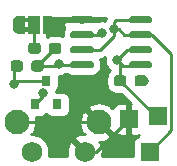
<source format=gtl>
G04 #@! TF.GenerationSoftware,KiCad,Pcbnew,(5.1.6)-1*
G04 #@! TF.CreationDate,2020-08-20T16:01:08-07:00*
G04 #@! TF.ProjectId,Momentary-Power-Toggle,4d6f6d65-6e74-4617-9279-2d506f776572,rev?*
G04 #@! TF.SameCoordinates,Original*
G04 #@! TF.FileFunction,Copper,L1,Top*
G04 #@! TF.FilePolarity,Positive*
%FSLAX46Y46*%
G04 Gerber Fmt 4.6, Leading zero omitted, Abs format (unit mm)*
G04 Created by KiCad (PCBNEW (5.1.6)-1) date 2020-08-20 16:01:08*
%MOMM*%
%LPD*%
G01*
G04 APERTURE LIST*
G04 #@! TA.AperFunction,EtchedComponent*
%ADD10C,0.100000*%
G04 #@! TD*
G04 #@! TA.AperFunction,ComponentPad*
%ADD11C,2.100000*%
G04 #@! TD*
G04 #@! TA.AperFunction,ComponentPad*
%ADD12C,1.750000*%
G04 #@! TD*
G04 #@! TA.AperFunction,SMDPad,CuDef*
%ADD13C,0.100000*%
G04 #@! TD*
G04 #@! TA.AperFunction,SMDPad,CuDef*
%ADD14R,1.000000X1.500000*%
G04 #@! TD*
G04 #@! TA.AperFunction,SMDPad,CuDef*
%ADD15R,1.500000X1.500000*%
G04 #@! TD*
G04 #@! TA.AperFunction,SMDPad,CuDef*
%ADD16R,0.800000X0.900000*%
G04 #@! TD*
G04 #@! TA.AperFunction,ViaPad*
%ADD17C,0.800000*%
G04 #@! TD*
G04 #@! TA.AperFunction,Conductor*
%ADD18C,0.250000*%
G04 #@! TD*
G04 #@! TA.AperFunction,Conductor*
%ADD19C,0.254000*%
G04 #@! TD*
G04 APERTURE END LIST*
D10*
G36*
X83800000Y-76400000D02*
G01*
X84300000Y-76400000D01*
X84300000Y-76800000D01*
X83800000Y-76800000D01*
X83800000Y-76400000D01*
G37*
G36*
X83800000Y-77200000D02*
G01*
X84300000Y-77200000D01*
X84300000Y-77600000D01*
X83800000Y-77600000D01*
X83800000Y-77200000D01*
G37*
D11*
X90250000Y-85260000D03*
D12*
X89000000Y-87750000D03*
X84500000Y-87750000D03*
D11*
X83240000Y-85260000D03*
G04 #@! TA.AperFunction,SMDPad,CuDef*
G36*
G01*
X92750000Y-76745000D02*
X92750000Y-76445000D01*
G75*
G02*
X92900000Y-76295000I150000J0D01*
G01*
X94550000Y-76295000D01*
G75*
G02*
X94700000Y-76445000I0J-150000D01*
G01*
X94700000Y-76745000D01*
G75*
G02*
X94550000Y-76895000I-150000J0D01*
G01*
X92900000Y-76895000D01*
G75*
G02*
X92750000Y-76745000I0J150000D01*
G01*
G37*
G04 #@! TD.AperFunction*
G04 #@! TA.AperFunction,SMDPad,CuDef*
G36*
G01*
X92750000Y-78015000D02*
X92750000Y-77715000D01*
G75*
G02*
X92900000Y-77565000I150000J0D01*
G01*
X94550000Y-77565000D01*
G75*
G02*
X94700000Y-77715000I0J-150000D01*
G01*
X94700000Y-78015000D01*
G75*
G02*
X94550000Y-78165000I-150000J0D01*
G01*
X92900000Y-78165000D01*
G75*
G02*
X92750000Y-78015000I0J150000D01*
G01*
G37*
G04 #@! TD.AperFunction*
G04 #@! TA.AperFunction,SMDPad,CuDef*
G36*
G01*
X92750000Y-79285000D02*
X92750000Y-78985000D01*
G75*
G02*
X92900000Y-78835000I150000J0D01*
G01*
X94550000Y-78835000D01*
G75*
G02*
X94700000Y-78985000I0J-150000D01*
G01*
X94700000Y-79285000D01*
G75*
G02*
X94550000Y-79435000I-150000J0D01*
G01*
X92900000Y-79435000D01*
G75*
G02*
X92750000Y-79285000I0J150000D01*
G01*
G37*
G04 #@! TD.AperFunction*
G04 #@! TA.AperFunction,SMDPad,CuDef*
G36*
G01*
X92750000Y-80555000D02*
X92750000Y-80255000D01*
G75*
G02*
X92900000Y-80105000I150000J0D01*
G01*
X94550000Y-80105000D01*
G75*
G02*
X94700000Y-80255000I0J-150000D01*
G01*
X94700000Y-80555000D01*
G75*
G02*
X94550000Y-80705000I-150000J0D01*
G01*
X92900000Y-80705000D01*
G75*
G02*
X92750000Y-80555000I0J150000D01*
G01*
G37*
G04 #@! TD.AperFunction*
G04 #@! TA.AperFunction,SMDPad,CuDef*
G36*
G01*
X87800000Y-80555000D02*
X87800000Y-80255000D01*
G75*
G02*
X87950000Y-80105000I150000J0D01*
G01*
X89600000Y-80105000D01*
G75*
G02*
X89750000Y-80255000I0J-150000D01*
G01*
X89750000Y-80555000D01*
G75*
G02*
X89600000Y-80705000I-150000J0D01*
G01*
X87950000Y-80705000D01*
G75*
G02*
X87800000Y-80555000I0J150000D01*
G01*
G37*
G04 #@! TD.AperFunction*
G04 #@! TA.AperFunction,SMDPad,CuDef*
G36*
G01*
X87800000Y-79285000D02*
X87800000Y-78985000D01*
G75*
G02*
X87950000Y-78835000I150000J0D01*
G01*
X89600000Y-78835000D01*
G75*
G02*
X89750000Y-78985000I0J-150000D01*
G01*
X89750000Y-79285000D01*
G75*
G02*
X89600000Y-79435000I-150000J0D01*
G01*
X87950000Y-79435000D01*
G75*
G02*
X87800000Y-79285000I0J150000D01*
G01*
G37*
G04 #@! TD.AperFunction*
G04 #@! TA.AperFunction,SMDPad,CuDef*
G36*
G01*
X87800000Y-78015000D02*
X87800000Y-77715000D01*
G75*
G02*
X87950000Y-77565000I150000J0D01*
G01*
X89600000Y-77565000D01*
G75*
G02*
X89750000Y-77715000I0J-150000D01*
G01*
X89750000Y-78015000D01*
G75*
G02*
X89600000Y-78165000I-150000J0D01*
G01*
X87950000Y-78165000D01*
G75*
G02*
X87800000Y-78015000I0J150000D01*
G01*
G37*
G04 #@! TD.AperFunction*
G04 #@! TA.AperFunction,SMDPad,CuDef*
G36*
G01*
X87800000Y-76745000D02*
X87800000Y-76445000D01*
G75*
G02*
X87950000Y-76295000I150000J0D01*
G01*
X89600000Y-76295000D01*
G75*
G02*
X89750000Y-76445000I0J-150000D01*
G01*
X89750000Y-76745000D01*
G75*
G02*
X89600000Y-76895000I-150000J0D01*
G01*
X87950000Y-76895000D01*
G75*
G02*
X87800000Y-76745000I0J150000D01*
G01*
G37*
G04 #@! TD.AperFunction*
G04 #@! TA.AperFunction,SMDPad,CuDef*
D13*
G36*
X83950000Y-77750000D02*
G01*
X83400000Y-77750000D01*
X83400000Y-77749398D01*
X83375466Y-77749398D01*
X83326635Y-77744588D01*
X83278510Y-77735016D01*
X83231555Y-77720772D01*
X83186222Y-77701995D01*
X83142949Y-77678864D01*
X83102150Y-77651604D01*
X83064221Y-77620476D01*
X83029524Y-77585779D01*
X82998396Y-77547850D01*
X82971136Y-77507051D01*
X82948005Y-77463778D01*
X82929228Y-77418445D01*
X82914984Y-77371490D01*
X82905412Y-77323365D01*
X82900602Y-77274534D01*
X82900602Y-77250000D01*
X82900000Y-77250000D01*
X82900000Y-76750000D01*
X82900602Y-76750000D01*
X82900602Y-76725466D01*
X82905412Y-76676635D01*
X82914984Y-76628510D01*
X82929228Y-76581555D01*
X82948005Y-76536222D01*
X82971136Y-76492949D01*
X82998396Y-76452150D01*
X83029524Y-76414221D01*
X83064221Y-76379524D01*
X83102150Y-76348396D01*
X83142949Y-76321136D01*
X83186222Y-76298005D01*
X83231555Y-76279228D01*
X83278510Y-76264984D01*
X83326635Y-76255412D01*
X83375466Y-76250602D01*
X83400000Y-76250602D01*
X83400000Y-76250000D01*
X83950000Y-76250000D01*
X83950000Y-77750000D01*
G37*
G04 #@! TD.AperFunction*
D14*
X84700000Y-77000000D03*
G04 #@! TA.AperFunction,SMDPad,CuDef*
D13*
G36*
X86000000Y-76250602D02*
G01*
X86024534Y-76250602D01*
X86073365Y-76255412D01*
X86121490Y-76264984D01*
X86168445Y-76279228D01*
X86213778Y-76298005D01*
X86257051Y-76321136D01*
X86297850Y-76348396D01*
X86335779Y-76379524D01*
X86370476Y-76414221D01*
X86401604Y-76452150D01*
X86428864Y-76492949D01*
X86451995Y-76536222D01*
X86470772Y-76581555D01*
X86485016Y-76628510D01*
X86494588Y-76676635D01*
X86499398Y-76725466D01*
X86499398Y-76750000D01*
X86500000Y-76750000D01*
X86500000Y-77250000D01*
X86499398Y-77250000D01*
X86499398Y-77274534D01*
X86494588Y-77323365D01*
X86485016Y-77371490D01*
X86470772Y-77418445D01*
X86451995Y-77463778D01*
X86428864Y-77507051D01*
X86401604Y-77547850D01*
X86370476Y-77585779D01*
X86335779Y-77620476D01*
X86297850Y-77651604D01*
X86257051Y-77678864D01*
X86213778Y-77701995D01*
X86168445Y-77720772D01*
X86121490Y-77735016D01*
X86073365Y-77744588D01*
X86024534Y-77749398D01*
X86000000Y-77749398D01*
X86000000Y-77750000D01*
X85450000Y-77750000D01*
X85450000Y-76250000D01*
X86000000Y-76250000D01*
X86000000Y-76250602D01*
G37*
G04 #@! TD.AperFunction*
D15*
X92750000Y-85000000D03*
X94500000Y-87750000D03*
X95250000Y-84750000D03*
D16*
X85750000Y-81750000D03*
X86700000Y-83750000D03*
X84800000Y-83750000D03*
G04 #@! TA.AperFunction,SMDPad,CuDef*
G36*
G01*
X83775000Y-80262500D02*
X83775000Y-80737500D01*
G75*
G02*
X83537500Y-80975000I-237500J0D01*
G01*
X82962500Y-80975000D01*
G75*
G02*
X82725000Y-80737500I0J237500D01*
G01*
X82725000Y-80262500D01*
G75*
G02*
X82962500Y-80025000I237500J0D01*
G01*
X83537500Y-80025000D01*
G75*
G02*
X83775000Y-80262500I0J-237500D01*
G01*
G37*
G04 #@! TD.AperFunction*
G04 #@! TA.AperFunction,SMDPad,CuDef*
G36*
G01*
X85525000Y-80262500D02*
X85525000Y-80737500D01*
G75*
G02*
X85287500Y-80975000I-237500J0D01*
G01*
X84712500Y-80975000D01*
G75*
G02*
X84475000Y-80737500I0J237500D01*
G01*
X84475000Y-80262500D01*
G75*
G02*
X84712500Y-80025000I237500J0D01*
G01*
X85287500Y-80025000D01*
G75*
G02*
X85525000Y-80262500I0J-237500D01*
G01*
G37*
G04 #@! TD.AperFunction*
G04 #@! TA.AperFunction,SMDPad,CuDef*
G36*
G01*
X92525000Y-81512500D02*
X92525000Y-81987500D01*
G75*
G02*
X92287500Y-82225000I-237500J0D01*
G01*
X91712500Y-82225000D01*
G75*
G02*
X91475000Y-81987500I0J237500D01*
G01*
X91475000Y-81512500D01*
G75*
G02*
X91712500Y-81275000I237500J0D01*
G01*
X92287500Y-81275000D01*
G75*
G02*
X92525000Y-81512500I0J-237500D01*
G01*
G37*
G04 #@! TD.AperFunction*
G04 #@! TA.AperFunction,SMDPad,CuDef*
G36*
G01*
X94275000Y-81512500D02*
X94275000Y-81987500D01*
G75*
G02*
X94037500Y-82225000I-237500J0D01*
G01*
X93462500Y-82225000D01*
G75*
G02*
X93225000Y-81987500I0J237500D01*
G01*
X93225000Y-81512500D01*
G75*
G02*
X93462500Y-81275000I237500J0D01*
G01*
X94037500Y-81275000D01*
G75*
G02*
X94275000Y-81512500I0J-237500D01*
G01*
G37*
G04 #@! TD.AperFunction*
G04 #@! TA.AperFunction,SMDPad,CuDef*
G36*
G01*
X85275000Y-78762500D02*
X85275000Y-79237500D01*
G75*
G02*
X85037500Y-79475000I-237500J0D01*
G01*
X84462500Y-79475000D01*
G75*
G02*
X84225000Y-79237500I0J237500D01*
G01*
X84225000Y-78762500D01*
G75*
G02*
X84462500Y-78525000I237500J0D01*
G01*
X85037500Y-78525000D01*
G75*
G02*
X85275000Y-78762500I0J-237500D01*
G01*
G37*
G04 #@! TD.AperFunction*
G04 #@! TA.AperFunction,SMDPad,CuDef*
G36*
G01*
X87025000Y-78762500D02*
X87025000Y-79237500D01*
G75*
G02*
X86787500Y-79475000I-237500J0D01*
G01*
X86212500Y-79475000D01*
G75*
G02*
X85975000Y-79237500I0J237500D01*
G01*
X85975000Y-78762500D01*
G75*
G02*
X86212500Y-78525000I237500J0D01*
G01*
X86787500Y-78525000D01*
G75*
G02*
X87025000Y-78762500I0J-237500D01*
G01*
G37*
G04 #@! TD.AperFunction*
D17*
X86000000Y-77000000D03*
X86792693Y-80305260D03*
X91750000Y-80000000D03*
X94000000Y-81750000D03*
X90500000Y-77675021D03*
X83000000Y-82000000D03*
X85500000Y-82800002D03*
X83400000Y-77000000D03*
X91500000Y-77385000D03*
D18*
X86405000Y-76595000D02*
X86000000Y-77000000D01*
X88775000Y-76595000D02*
X86405000Y-76595000D01*
X90000000Y-87750000D02*
X89000000Y-87750000D01*
X92750000Y-85000000D02*
X90000000Y-87750000D01*
X83240000Y-85260000D02*
X90250000Y-85260000D01*
X86500000Y-79000000D02*
X85000000Y-80500000D01*
X88775000Y-80405000D02*
X86892433Y-80405000D01*
X85000000Y-80500000D02*
X86597953Y-80500000D01*
X86892433Y-80405000D02*
X86792693Y-80305260D01*
X86597953Y-80500000D02*
X86792693Y-80305260D01*
X84750000Y-77050000D02*
X84700000Y-77000000D01*
X84750000Y-79000000D02*
X84750000Y-77050000D01*
X92615000Y-79135000D02*
X93725000Y-79135000D01*
X91750000Y-80000000D02*
X92615000Y-79135000D01*
X93630000Y-80500000D02*
X93725000Y-80405000D01*
X92250000Y-80500000D02*
X93630000Y-80500000D01*
X92250000Y-80500000D02*
X91750000Y-80000000D01*
X92000000Y-80250000D02*
X91750000Y-80000000D01*
X92000000Y-81750000D02*
X92000000Y-80250000D01*
X95000000Y-84750000D02*
X92000000Y-81750000D01*
X95250000Y-84750000D02*
X95000000Y-84750000D01*
X88775000Y-77865000D02*
X90310021Y-77865000D01*
X90310021Y-77865000D02*
X90500000Y-77675021D01*
X83000000Y-80750000D02*
X83250000Y-80500000D01*
X83000000Y-82000000D02*
X83000000Y-80750000D01*
X83250000Y-81750000D02*
X83000000Y-82000000D01*
X85750000Y-81750000D02*
X83250000Y-81750000D01*
X85500000Y-83050000D02*
X84800000Y-83750000D01*
X85500000Y-82800002D02*
X85500000Y-83050000D01*
X91500000Y-77385000D02*
X91885000Y-77385000D01*
X92365000Y-77865000D02*
X93725000Y-77865000D01*
X91885000Y-77385000D02*
X92365000Y-77865000D01*
X91500000Y-77385000D02*
X91500000Y-76750000D01*
X91655000Y-76595000D02*
X93725000Y-76595000D01*
X91500000Y-76750000D02*
X91655000Y-76595000D01*
X91500000Y-77950685D02*
X91500000Y-77385000D01*
X90315685Y-79135000D02*
X91500000Y-77950685D01*
X88775000Y-79135000D02*
X90315685Y-79135000D01*
X94700000Y-77865000D02*
X93725000Y-77865000D01*
X96325001Y-79490001D02*
X94700000Y-77865000D01*
X96325001Y-85924999D02*
X96325001Y-79490001D01*
X94500000Y-87750000D02*
X96325001Y-85924999D01*
D19*
G36*
X90715000Y-79898061D02*
G01*
X90715000Y-80101939D01*
X90754774Y-80301898D01*
X90832795Y-80490256D01*
X90946063Y-80659774D01*
X91090226Y-80803937D01*
X91152036Y-80845237D01*
X91093377Y-80893377D01*
X90984488Y-81026058D01*
X90903577Y-81177433D01*
X90853752Y-81341684D01*
X90836928Y-81512500D01*
X90836928Y-81987500D01*
X90853752Y-82158316D01*
X90903577Y-82322567D01*
X90984488Y-82473942D01*
X91093377Y-82606623D01*
X91226058Y-82715512D01*
X91377433Y-82796423D01*
X91541684Y-82846248D01*
X91712500Y-82863072D01*
X92038271Y-82863072D01*
X92912974Y-83737776D01*
X92877000Y-83773750D01*
X92877000Y-84873000D01*
X92897000Y-84873000D01*
X92897000Y-85127000D01*
X92877000Y-85127000D01*
X92877000Y-86226250D01*
X93035750Y-86385000D01*
X93500000Y-86388072D01*
X93618089Y-86376442D01*
X93505820Y-86410498D01*
X93395506Y-86469463D01*
X93298815Y-86548815D01*
X93219463Y-86645506D01*
X93160498Y-86755820D01*
X93124188Y-86875518D01*
X93111928Y-87000000D01*
X93111928Y-88090000D01*
X90471633Y-88090000D01*
X90499855Y-87979474D01*
X90515804Y-87682457D01*
X90473501Y-87388037D01*
X90374572Y-87107526D01*
X90297868Y-86964025D01*
X90248450Y-86948184D01*
X90310617Y-86952066D01*
X90639557Y-86907728D01*
X90953527Y-86800069D01*
X91139661Y-86700579D01*
X91241461Y-86431066D01*
X90250000Y-85439605D01*
X90235858Y-85453748D01*
X90056253Y-85274143D01*
X90070395Y-85260000D01*
X89078934Y-84268539D01*
X88809421Y-84370339D01*
X88663537Y-84668477D01*
X88578620Y-84989346D01*
X88557934Y-85320617D01*
X88602272Y-85649557D01*
X88709931Y-85963527D01*
X88809421Y-86149661D01*
X89049925Y-86240504D01*
X88932457Y-86234196D01*
X88638037Y-86276499D01*
X88357526Y-86375428D01*
X88214025Y-86452132D01*
X88133365Y-86703760D01*
X89000000Y-87570395D01*
X89014143Y-87556253D01*
X89193748Y-87735858D01*
X89179605Y-87750000D01*
X89193748Y-87764143D01*
X89014143Y-87943748D01*
X89000000Y-87929605D01*
X88985858Y-87943748D01*
X88806253Y-87764143D01*
X88820395Y-87750000D01*
X87953760Y-86883365D01*
X87702132Y-86964025D01*
X87573733Y-87232329D01*
X87500145Y-87520526D01*
X87484196Y-87817543D01*
X87523343Y-88090000D01*
X85971952Y-88090000D01*
X86010000Y-87898722D01*
X86010000Y-87601278D01*
X85951971Y-87309549D01*
X85838144Y-87034747D01*
X85672893Y-86787431D01*
X85462569Y-86577107D01*
X85215253Y-86411856D01*
X84940451Y-86298029D01*
X84648722Y-86240000D01*
X84441409Y-86240000D01*
X84680579Y-86149661D01*
X84826463Y-85851523D01*
X84911380Y-85530654D01*
X84932066Y-85199383D01*
X84887728Y-84870443D01*
X84876628Y-84838072D01*
X85200000Y-84838072D01*
X85324482Y-84825812D01*
X85444180Y-84789502D01*
X85554494Y-84730537D01*
X85651185Y-84651185D01*
X85730537Y-84554494D01*
X85750000Y-84518082D01*
X85769463Y-84554494D01*
X85848815Y-84651185D01*
X85945506Y-84730537D01*
X86055820Y-84789502D01*
X86175518Y-84825812D01*
X86300000Y-84838072D01*
X87100000Y-84838072D01*
X87224482Y-84825812D01*
X87344180Y-84789502D01*
X87454494Y-84730537D01*
X87551185Y-84651185D01*
X87630537Y-84554494D01*
X87689502Y-84444180D01*
X87725812Y-84324482D01*
X87738072Y-84200000D01*
X87738072Y-84088934D01*
X89258539Y-84088934D01*
X90250000Y-85080395D01*
X90264143Y-85066253D01*
X90443748Y-85245858D01*
X90429605Y-85260000D01*
X91421066Y-86251461D01*
X91550503Y-86202570D01*
X91645506Y-86280537D01*
X91755820Y-86339502D01*
X91875518Y-86375812D01*
X92000000Y-86388072D01*
X92464250Y-86385000D01*
X92623000Y-86226250D01*
X92623000Y-85127000D01*
X92603000Y-85127000D01*
X92603000Y-84873000D01*
X92623000Y-84873000D01*
X92623000Y-83773750D01*
X92464250Y-83615000D01*
X92000000Y-83611928D01*
X91875518Y-83624188D01*
X91755820Y-83660498D01*
X91645506Y-83719463D01*
X91548815Y-83798815D01*
X91469463Y-83895506D01*
X91410498Y-84005820D01*
X91405595Y-84021985D01*
X91357001Y-83973391D01*
X91241460Y-84088932D01*
X91139661Y-83819421D01*
X90841523Y-83673537D01*
X90520654Y-83588620D01*
X90189383Y-83567934D01*
X89860443Y-83612272D01*
X89546473Y-83719931D01*
X89360339Y-83819421D01*
X89258539Y-84088934D01*
X87738072Y-84088934D01*
X87738072Y-83300000D01*
X87725812Y-83175518D01*
X87689502Y-83055820D01*
X87630537Y-82945506D01*
X87551185Y-82848815D01*
X87454494Y-82769463D01*
X87344180Y-82710498D01*
X87224482Y-82674188D01*
X87100000Y-82661928D01*
X86588095Y-82661928D01*
X86601185Y-82651185D01*
X86680537Y-82554494D01*
X86739502Y-82444180D01*
X86775812Y-82324482D01*
X86788072Y-82200000D01*
X86788072Y-81340260D01*
X86894632Y-81340260D01*
X87094591Y-81300486D01*
X87282949Y-81222465D01*
X87368952Y-81165000D01*
X87457024Y-81165000D01*
X87512171Y-81210258D01*
X87648418Y-81283084D01*
X87796255Y-81327929D01*
X87950000Y-81343072D01*
X89600000Y-81343072D01*
X89753745Y-81327929D01*
X89901582Y-81283084D01*
X90037829Y-81210258D01*
X90157251Y-81112251D01*
X90255258Y-80992829D01*
X90328084Y-80856582D01*
X90372929Y-80708745D01*
X90388072Y-80555000D01*
X90388072Y-80255000D01*
X90372929Y-80101255D01*
X90328084Y-79953418D01*
X90297887Y-79896923D01*
X90315685Y-79898676D01*
X90353007Y-79895000D01*
X90353018Y-79895000D01*
X90464671Y-79884003D01*
X90607932Y-79840546D01*
X90739961Y-79769974D01*
X90740579Y-79769467D01*
X90715000Y-79898061D01*
G37*
X90715000Y-79898061D02*
X90715000Y-80101939D01*
X90754774Y-80301898D01*
X90832795Y-80490256D01*
X90946063Y-80659774D01*
X91090226Y-80803937D01*
X91152036Y-80845237D01*
X91093377Y-80893377D01*
X90984488Y-81026058D01*
X90903577Y-81177433D01*
X90853752Y-81341684D01*
X90836928Y-81512500D01*
X90836928Y-81987500D01*
X90853752Y-82158316D01*
X90903577Y-82322567D01*
X90984488Y-82473942D01*
X91093377Y-82606623D01*
X91226058Y-82715512D01*
X91377433Y-82796423D01*
X91541684Y-82846248D01*
X91712500Y-82863072D01*
X92038271Y-82863072D01*
X92912974Y-83737776D01*
X92877000Y-83773750D01*
X92877000Y-84873000D01*
X92897000Y-84873000D01*
X92897000Y-85127000D01*
X92877000Y-85127000D01*
X92877000Y-86226250D01*
X93035750Y-86385000D01*
X93500000Y-86388072D01*
X93618089Y-86376442D01*
X93505820Y-86410498D01*
X93395506Y-86469463D01*
X93298815Y-86548815D01*
X93219463Y-86645506D01*
X93160498Y-86755820D01*
X93124188Y-86875518D01*
X93111928Y-87000000D01*
X93111928Y-88090000D01*
X90471633Y-88090000D01*
X90499855Y-87979474D01*
X90515804Y-87682457D01*
X90473501Y-87388037D01*
X90374572Y-87107526D01*
X90297868Y-86964025D01*
X90248450Y-86948184D01*
X90310617Y-86952066D01*
X90639557Y-86907728D01*
X90953527Y-86800069D01*
X91139661Y-86700579D01*
X91241461Y-86431066D01*
X90250000Y-85439605D01*
X90235858Y-85453748D01*
X90056253Y-85274143D01*
X90070395Y-85260000D01*
X89078934Y-84268539D01*
X88809421Y-84370339D01*
X88663537Y-84668477D01*
X88578620Y-84989346D01*
X88557934Y-85320617D01*
X88602272Y-85649557D01*
X88709931Y-85963527D01*
X88809421Y-86149661D01*
X89049925Y-86240504D01*
X88932457Y-86234196D01*
X88638037Y-86276499D01*
X88357526Y-86375428D01*
X88214025Y-86452132D01*
X88133365Y-86703760D01*
X89000000Y-87570395D01*
X89014143Y-87556253D01*
X89193748Y-87735858D01*
X89179605Y-87750000D01*
X89193748Y-87764143D01*
X89014143Y-87943748D01*
X89000000Y-87929605D01*
X88985858Y-87943748D01*
X88806253Y-87764143D01*
X88820395Y-87750000D01*
X87953760Y-86883365D01*
X87702132Y-86964025D01*
X87573733Y-87232329D01*
X87500145Y-87520526D01*
X87484196Y-87817543D01*
X87523343Y-88090000D01*
X85971952Y-88090000D01*
X86010000Y-87898722D01*
X86010000Y-87601278D01*
X85951971Y-87309549D01*
X85838144Y-87034747D01*
X85672893Y-86787431D01*
X85462569Y-86577107D01*
X85215253Y-86411856D01*
X84940451Y-86298029D01*
X84648722Y-86240000D01*
X84441409Y-86240000D01*
X84680579Y-86149661D01*
X84826463Y-85851523D01*
X84911380Y-85530654D01*
X84932066Y-85199383D01*
X84887728Y-84870443D01*
X84876628Y-84838072D01*
X85200000Y-84838072D01*
X85324482Y-84825812D01*
X85444180Y-84789502D01*
X85554494Y-84730537D01*
X85651185Y-84651185D01*
X85730537Y-84554494D01*
X85750000Y-84518082D01*
X85769463Y-84554494D01*
X85848815Y-84651185D01*
X85945506Y-84730537D01*
X86055820Y-84789502D01*
X86175518Y-84825812D01*
X86300000Y-84838072D01*
X87100000Y-84838072D01*
X87224482Y-84825812D01*
X87344180Y-84789502D01*
X87454494Y-84730537D01*
X87551185Y-84651185D01*
X87630537Y-84554494D01*
X87689502Y-84444180D01*
X87725812Y-84324482D01*
X87738072Y-84200000D01*
X87738072Y-84088934D01*
X89258539Y-84088934D01*
X90250000Y-85080395D01*
X90264143Y-85066253D01*
X90443748Y-85245858D01*
X90429605Y-85260000D01*
X91421066Y-86251461D01*
X91550503Y-86202570D01*
X91645506Y-86280537D01*
X91755820Y-86339502D01*
X91875518Y-86375812D01*
X92000000Y-86388072D01*
X92464250Y-86385000D01*
X92623000Y-86226250D01*
X92623000Y-85127000D01*
X92603000Y-85127000D01*
X92603000Y-84873000D01*
X92623000Y-84873000D01*
X92623000Y-83773750D01*
X92464250Y-83615000D01*
X92000000Y-83611928D01*
X91875518Y-83624188D01*
X91755820Y-83660498D01*
X91645506Y-83719463D01*
X91548815Y-83798815D01*
X91469463Y-83895506D01*
X91410498Y-84005820D01*
X91405595Y-84021985D01*
X91357001Y-83973391D01*
X91241460Y-84088932D01*
X91139661Y-83819421D01*
X90841523Y-83673537D01*
X90520654Y-83588620D01*
X90189383Y-83567934D01*
X89860443Y-83612272D01*
X89546473Y-83719931D01*
X89360339Y-83819421D01*
X89258539Y-84088934D01*
X87738072Y-84088934D01*
X87738072Y-83300000D01*
X87725812Y-83175518D01*
X87689502Y-83055820D01*
X87630537Y-82945506D01*
X87551185Y-82848815D01*
X87454494Y-82769463D01*
X87344180Y-82710498D01*
X87224482Y-82674188D01*
X87100000Y-82661928D01*
X86588095Y-82661928D01*
X86601185Y-82651185D01*
X86680537Y-82554494D01*
X86739502Y-82444180D01*
X86775812Y-82324482D01*
X86788072Y-82200000D01*
X86788072Y-81340260D01*
X86894632Y-81340260D01*
X87094591Y-81300486D01*
X87282949Y-81222465D01*
X87368952Y-81165000D01*
X87457024Y-81165000D01*
X87512171Y-81210258D01*
X87648418Y-81283084D01*
X87796255Y-81327929D01*
X87950000Y-81343072D01*
X89600000Y-81343072D01*
X89753745Y-81327929D01*
X89901582Y-81283084D01*
X90037829Y-81210258D01*
X90157251Y-81112251D01*
X90255258Y-80992829D01*
X90328084Y-80856582D01*
X90372929Y-80708745D01*
X90388072Y-80555000D01*
X90388072Y-80255000D01*
X90372929Y-80101255D01*
X90328084Y-79953418D01*
X90297887Y-79896923D01*
X90315685Y-79898676D01*
X90353007Y-79895000D01*
X90353018Y-79895000D01*
X90464671Y-79884003D01*
X90607932Y-79840546D01*
X90739961Y-79769974D01*
X90740579Y-79769467D01*
X90715000Y-79898061D01*
G36*
X83433748Y-85245858D02*
G01*
X83419605Y-85260000D01*
X83433748Y-85274143D01*
X83254143Y-85453748D01*
X83240000Y-85439605D01*
X83225858Y-85453748D01*
X83046253Y-85274143D01*
X83060395Y-85260000D01*
X83046253Y-85245858D01*
X83225858Y-85066253D01*
X83240000Y-85080395D01*
X83254143Y-85066253D01*
X83433748Y-85245858D01*
G37*
X83433748Y-85245858D02*
X83419605Y-85260000D01*
X83433748Y-85274143D01*
X83254143Y-85453748D01*
X83240000Y-85439605D01*
X83225858Y-85453748D01*
X83046253Y-85274143D01*
X83060395Y-85260000D01*
X83046253Y-85245858D01*
X83225858Y-85066253D01*
X83240000Y-85080395D01*
X83254143Y-85066253D01*
X83433748Y-85245858D01*
G36*
X87323750Y-76468000D02*
G01*
X88648000Y-76468000D01*
X88648000Y-76448000D01*
X88902000Y-76448000D01*
X88902000Y-76468000D01*
X90226250Y-76468000D01*
X90284250Y-76410000D01*
X90819979Y-76410000D01*
X90794454Y-76457753D01*
X90750997Y-76601014D01*
X90744365Y-76668351D01*
X90601939Y-76640021D01*
X90398061Y-76640021D01*
X90198102Y-76679795D01*
X90096211Y-76722000D01*
X88902000Y-76722000D01*
X88902000Y-76742000D01*
X88648000Y-76742000D01*
X88648000Y-76722000D01*
X87323750Y-76722000D01*
X87165000Y-76880750D01*
X87161928Y-76895000D01*
X87174188Y-77019482D01*
X87210498Y-77139180D01*
X87269463Y-77249494D01*
X87293730Y-77279064D01*
X87221916Y-77413418D01*
X87177071Y-77561255D01*
X87161928Y-77715000D01*
X87161928Y-77974616D01*
X87122567Y-77953577D01*
X86958316Y-77903752D01*
X86787500Y-77886928D01*
X86212500Y-77886928D01*
X86041684Y-77903752D01*
X85877433Y-77953577D01*
X85784715Y-78003135D01*
X85789502Y-77994180D01*
X85825812Y-77874482D01*
X85838072Y-77750000D01*
X85838072Y-76410000D01*
X87265750Y-76410000D01*
X87323750Y-76468000D01*
G37*
X87323750Y-76468000D02*
X88648000Y-76468000D01*
X88648000Y-76448000D01*
X88902000Y-76448000D01*
X88902000Y-76468000D01*
X90226250Y-76468000D01*
X90284250Y-76410000D01*
X90819979Y-76410000D01*
X90794454Y-76457753D01*
X90750997Y-76601014D01*
X90744365Y-76668351D01*
X90601939Y-76640021D01*
X90398061Y-76640021D01*
X90198102Y-76679795D01*
X90096211Y-76722000D01*
X88902000Y-76722000D01*
X88902000Y-76742000D01*
X88648000Y-76742000D01*
X88648000Y-76722000D01*
X87323750Y-76722000D01*
X87165000Y-76880750D01*
X87161928Y-76895000D01*
X87174188Y-77019482D01*
X87210498Y-77139180D01*
X87269463Y-77249494D01*
X87293730Y-77279064D01*
X87221916Y-77413418D01*
X87177071Y-77561255D01*
X87161928Y-77715000D01*
X87161928Y-77974616D01*
X87122567Y-77953577D01*
X86958316Y-77903752D01*
X86787500Y-77886928D01*
X86212500Y-77886928D01*
X86041684Y-77903752D01*
X85877433Y-77953577D01*
X85784715Y-78003135D01*
X85789502Y-77994180D01*
X85825812Y-77874482D01*
X85838072Y-77750000D01*
X85838072Y-76410000D01*
X87265750Y-76410000D01*
X87323750Y-76468000D01*
M02*

</source>
